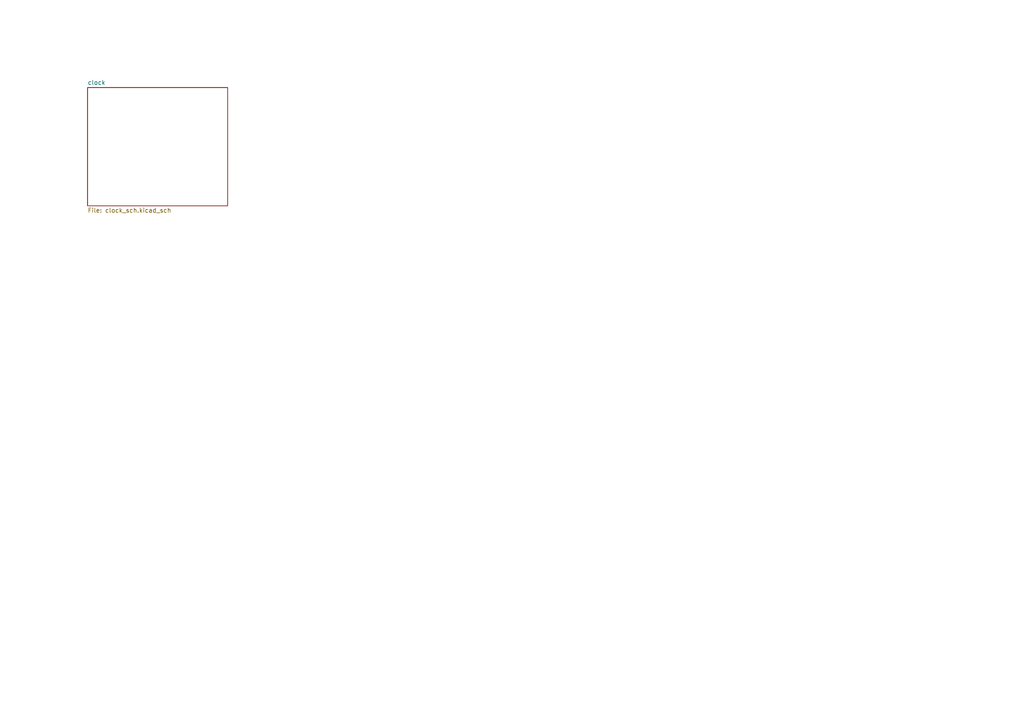
<source format=kicad_sch>
(kicad_sch (version 20211123) (generator eeschema)
  (paper "A4")
  (lib_symbols)
  (sheet (at 25.4 25.4) (size 40.64 34.29) (stroke (width 0.1524))
    (property "Sheet name" "clock" (at 25.4 24.6884 0) (effects (justify left bottom)))
    (property "Sheet file" "clock_sch.kicad_sch" (at 25.4 60.2746 0) (effects (justify left top)))
  )
)
</source>
